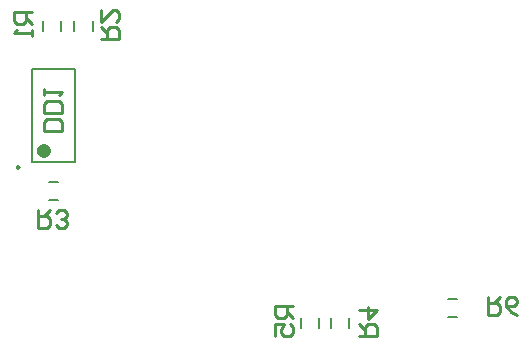
<source format=gbo>
G04*
G04 #@! TF.GenerationSoftware,Altium Limited,Altium Designer,20.0.11 (256)*
G04*
G04 Layer_Color=32896*
%FSLAX44Y44*%
%MOMM*%
G71*
G01*
G75*
%ADD10C,0.2540*%
%ADD11C,0.2000*%
%ADD36C,0.2500*%
%ADD37C,0.6000*%
D10*
X1173480Y1264920D02*
Y1249925D01*
X1180978D01*
X1183477Y1252424D01*
Y1257422D01*
X1180978Y1259922D01*
X1173480D01*
X1178478D02*
X1183477Y1264920D01*
X1188475Y1252424D02*
X1190974Y1249925D01*
X1195973D01*
X1198472Y1252424D01*
Y1254923D01*
X1195973Y1257422D01*
X1193474D01*
X1195973D01*
X1198472Y1259922D01*
Y1262421D01*
X1195973Y1264920D01*
X1190974D01*
X1188475Y1262421D01*
X1554480Y1191260D02*
Y1176265D01*
X1561978D01*
X1564477Y1178764D01*
Y1183762D01*
X1561978Y1186262D01*
X1554480D01*
X1559478D02*
X1564477Y1191260D01*
X1579472Y1176265D02*
X1574474Y1178764D01*
X1569475Y1183762D01*
Y1188761D01*
X1571974Y1191260D01*
X1576973D01*
X1579472Y1188761D01*
Y1186262D01*
X1576973Y1183762D01*
X1569475D01*
X1194065Y1332200D02*
X1179070D01*
Y1339698D01*
X1181569Y1342197D01*
X1191566D01*
X1194065Y1339698D01*
Y1332200D01*
Y1347195D02*
X1179070D01*
Y1354693D01*
X1181569Y1357192D01*
X1191566D01*
X1194065Y1354693D01*
Y1347195D01*
X1179070Y1362190D02*
Y1367189D01*
Y1364689D01*
X1194065D01*
X1191566Y1362190D01*
X1168400Y1432560D02*
X1153405D01*
Y1425062D01*
X1155904Y1422563D01*
X1160902D01*
X1163402Y1425062D01*
Y1432560D01*
Y1427562D02*
X1168400Y1422563D01*
Y1417565D02*
Y1412567D01*
Y1415066D01*
X1153405D01*
X1155904Y1417565D01*
X1226820Y1409700D02*
X1241815D01*
Y1417198D01*
X1239316Y1419697D01*
X1234318D01*
X1231818Y1417198D01*
Y1409700D01*
Y1414698D02*
X1226820Y1419697D01*
Y1434692D02*
Y1424695D01*
X1236817Y1434692D01*
X1239316D01*
X1241815Y1432193D01*
Y1427194D01*
X1239316Y1424695D01*
X1389380Y1183640D02*
X1374385D01*
Y1176142D01*
X1376884Y1173643D01*
X1381882D01*
X1384382Y1176142D01*
Y1183640D01*
Y1178642D02*
X1389380Y1173643D01*
X1374385Y1158648D02*
Y1168645D01*
X1381882D01*
X1379383Y1163646D01*
Y1161147D01*
X1381882Y1158648D01*
X1386881D01*
X1389380Y1161147D01*
Y1166146D01*
X1386881Y1168645D01*
X1445260Y1158240D02*
X1460255D01*
Y1165738D01*
X1457756Y1168237D01*
X1452758D01*
X1450258Y1165738D01*
Y1158240D01*
Y1163238D02*
X1445260Y1168237D01*
Y1180733D02*
X1460255D01*
X1452758Y1173235D01*
Y1183232D01*
D11*
X1182690Y1273650D02*
X1190690D01*
X1182690Y1289150D02*
X1190690D01*
X1520510Y1174590D02*
X1528510D01*
X1520510Y1190090D02*
X1528510D01*
X1168190Y1305400D02*
Y1384400D01*
X1205190Y1305400D02*
Y1384400D01*
X1168190Y1305400D02*
X1205190D01*
X1168190Y1384400D02*
X1205190D01*
X1177670Y1417100D02*
Y1425100D01*
X1193170Y1417100D02*
Y1425100D01*
X1204340Y1417100D02*
Y1425100D01*
X1219840Y1417100D02*
Y1425100D01*
X1396110Y1165640D02*
Y1173640D01*
X1411610Y1165640D02*
Y1173640D01*
X1421510Y1165640D02*
Y1173640D01*
X1437010Y1165640D02*
Y1173640D01*
D36*
X1157440Y1301400D02*
X1155565Y1302483D01*
Y1300318D01*
X1157440Y1301400D01*
D37*
X1181190Y1315400D02*
X1180061Y1317746D01*
X1177523Y1318325D01*
X1175487Y1316702D01*
Y1314098D01*
X1177523Y1312475D01*
X1180061Y1313055D01*
X1181190Y1315400D01*
M02*

</source>
